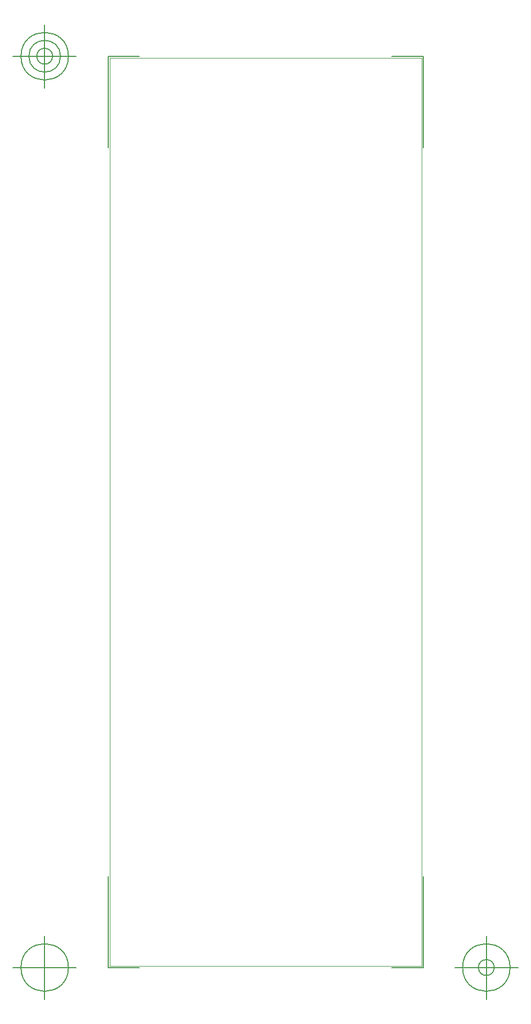
<source format=gbr>
G04 Generated by Ultiboard 14.1 *
%FSLAX34Y34*%
%MOMM*%

%ADD10C,0.0001*%
%ADD11C,0.0010*%
%ADD12C,0.1270*%


G04 ColorRGB 00FFFF for the following layer *
%LNBoard Outline*%
%LPD*%
G54D10*
G54D11*
X127000Y-309880D02*
X619760Y-309880D01*
X619760Y1122680D01*
X127000Y1122680D01*
X127000Y-309880D01*
G54D12*
X124460Y-312420D02*
X124460Y-168656D01*
X124460Y-312420D02*
X174244Y-312420D01*
X622300Y-312420D02*
X572516Y-312420D01*
X622300Y-312420D02*
X622300Y-168656D01*
X622300Y1125220D02*
X622300Y981456D01*
X622300Y1125220D02*
X572516Y1125220D01*
X124460Y1125220D02*
X174244Y1125220D01*
X124460Y1125220D02*
X124460Y981456D01*
X74460Y-312420D02*
X-25540Y-312420D01*
X24460Y-362420D02*
X24460Y-262420D01*
X-13040Y-312420D02*
G75*
D01*
G02X-13040Y-312420I37500J0*
G01*
X672300Y-312420D02*
X772300Y-312420D01*
X722300Y-362420D02*
X722300Y-262420D01*
X684800Y-312420D02*
G75*
D01*
G02X684800Y-312420I37500J0*
G01*
X709800Y-312420D02*
G75*
D01*
G02X709800Y-312420I12500J0*
G01*
X74460Y1125220D02*
X-25540Y1125220D01*
X24460Y1075220D02*
X24460Y1175220D01*
X-13040Y1125220D02*
G75*
D01*
G02X-13040Y1125220I37500J0*
G01*
X-540Y1125220D02*
G75*
D01*
G02X-540Y1125220I25000J0*
G01*
X11960Y1125220D02*
G75*
D01*
G02X11960Y1125220I12500J0*
G01*

M02*

</source>
